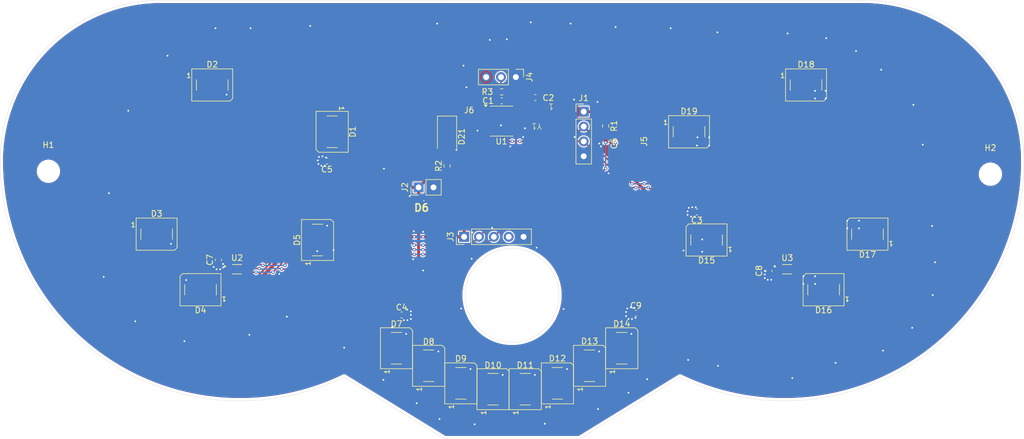
<source format=kicad_pcb>
(kicad_pcb (version 20241229) (generator "pcbnew") (generator_version "9.0")
  (layers (0 "F.Cu" signal) (2 "B.Cu" signal) (13 "F.Paste" user) (15 "B.Paste" user) (5 "F.SilkS" user "F.Silkscreen") (7 "B.SilkS" user "B.Silkscreen") (1 "F.Mask" user) (3 "B.Mask" user) (25 "Edge.Cuts" user))
  (net 0 "")
  (net 1 "GND")
  (net 2 "+3.3V")
  (net 3 "+5V")
  (net 4 "Net-(U2-DVI)")
  (net 5 "Net-(D1-DOUT)")
  (net 6 "Net-(D1-DIN)")
  (net 7 "Net-(D2-DOUT)")
  (net 8 "Net-(D3-DOUT)")
  (net 9 "Net-(D4-DOUT)")
  (net 10 "Net-(D5-DOUT)")
  (net 11 "Net-(D7-DOUT)")
  (net 12 "Net-(D8-DOUT)")
  (net 13 "Net-(D10-DIN)")
  (net 14 "Net-(D10-DOUT)")
  (net 15 "Net-(D11-DOUT)")
  (net 16 "Net-(D12-DOUT)")
  (net 17 "Net-(D13-DOUT)")
  (net 18 "Net-(D14-DOUT)")
  (net 19 "Net-(D15-DOUT)")
  (net 20 "Net-(D16-DOUT)")
  (net 21 "Net-(D17-DOUT)")
  (net 22 "Net-(D18-DOUT)")
  (net 23 "Net-(D21-K)")
  (net 24 "/SDA")
  (net 25 "/SCL")
  (net 26 "/mode")
  (net 27 "/UPDI{slash}~{RESET}")
  (net 28 "Net-(D19-DOUT)")
  (net 29 "/XTAL")
  (net 30 "Net-(J6-Pin_1)")
  (net 31 "Net-(J4-Pin_2)")
  (footprint "LED_SMD:LED_WS2812B_PLCC4_5.0x5.0mm_P3.2mm" (layer "F.Cu") (at 98.25 61 90)
    (property "Reference" "D5")
    (property "Value" "WS2812B")
  )
  (footprint "PESD5V0X1BCSFYL:PMEG3005AESFYL" (layer "F.Cu") (at 116.025 54.275 180)
    (property "Reference" "D6")
    (property "Value" "PESD5V0X1BCSFYL" (hide yes))
  )
  (footprint "Capacitor_SMD:C_0603_1608Metric" (layer "F.Cu") (at 135.45 36.65 180)
    (property "Reference" "C2")
    (property "Value" "1µF")
  )
  (footprint "Capacitor_SMD:C_0603_1608Metric" (layer "F.Cu") (at 129.725 37.2)
    (property "Reference" "C1")
    (property "Value" "1µF")
  )
  (footprint "Connector_PinHeader_2.54mm:PinHeader_1x03_P2.54mm_Vertical" (layer "F.Cu") (at 132.15 33.15 -90)
    (property "Reference" "J4")
    (property "Value" "Conn_01x03_Pin")
  )
  (footprint "LED_SMD:LED_WS2812B_PLCC4_5.0x5.0mm_P3.2mm" (layer "F.Cu") (at 144.75 82.5 90)
    (property "Reference" "D13")
    (property "Value" "WS2812B")
  )
  (footprint "Connector_PinHeader_2.54mm:PinHeader_1x05_P2.54mm_Vertical" (layer "F.Cu") (at 123.31 60.45 90)
    (property "Reference" "J3")
    (property "Value" "SFR02")
  )
  (footprint "Capacitor_SMD:C_0603_1608Metric" (layer "F.Cu") (at 175.425 66.275 -90)
    (property "Reference" "C8")
    (property "Value" "1µF")
  )
  (footprint "Capacitor_SMD:C_0603_1608Metric" (layer "F.Cu") (at 99.85 47.5 180)
    (property "Reference" "C5")
    (property "Value" "1µF")
  )
  (footprint "Capacitor_SMD:C_0603_1608Metric" (layer "F.Cu") (at 112.61 73.81)
    (property "Reference" "C4")
    (property "Value" "1µF")
  )
  (footprint "LED_SMD:LED_WS2812B_PLCC4_5.0x5.0mm_P3.2mm" (layer "F.Cu") (at 117.25 82.5 90)
    (property "Reference" "D8")
    (property "Value" "WS2812B")
  )
  (footprint "LED_SMD:LED_WS2812B_PLCC4_5.0x5.0mm_P3.2mm" (layer "F.Cu") (at 161.75 42.5)
    (property "Reference" "D19")
    (property "Value" "WS2812B")
  )
  (footprint "LED_SMD:LED_WS2812B_PLCC4_5.0x5.0mm_P3.2mm" (layer "F.Cu") (at 122.75 85.5 90)
    (property "Reference" "D9")
    (property "Value" "WS2812B")
  )
  (footprint "Capacitor_SMD:C_0603_1608Metric" (layer "F.Cu") (at 147.5 44.5 -90)
    (property "Reference" "C6")
    (property "Value" "1µF")
  )
  (footprint "LED_SMD:LED_WS2812B_PLCC4_5.0x5.0mm_P3.2mm" (layer "F.Cu") (at 181.75 34.5)
    (property "Reference" "D18")
    (property "Value" "WS2812B")
  )
  (footprint "Capacitor_SMD:C_0603_1608Metric" (layer "F.Cu") (at 152.67 73.51 180)
    (property "Reference" "C9")
    (property "Value" "1µF")
  )
  (footprint "LED_SMD:LED_WS2812B_PLCC4_5.0x5.0mm_P3.2mm" (layer "F.Cu") (at 164.75 61 180)
    (property "Reference" "D15")
    (property "Value" "WS2812B")
  )
  (footprint "LED_SMD:LED_WS2812B_PLCC4_5.0x5.0mm_P3.2mm" (layer "F.Cu") (at 133.75 86.5 90)
    (property "Reference" "D11")
    (property "Value" "WS2812B")
  )
  (footprint "LED_SMD:LED_WS2812B_PLCC4_5.0x5.0mm_P3.2mm" (layer "F.Cu") (at 111.75 79.5 90)
    (property "Reference" "D7")
    (property "Value" "WS2812B")
  )
  (footprint "BH1750FVI-TR:XDCR_BH1750FVI-TR" (layer "F.Cu") (at 178.5 66)
    (property "Reference" "U3")
    (property "Value" "BH1750FVI-TR")
  )
  (footprint "Connector_PinHeader_2.54mm:PinHeader_1x02_P2.54mm_Vertical" (layer "F.Cu") (at 115.525 52 90)
    (property "Reference" "J2")
    (property "Value" "Conn_01x02_Pin")
  )
  (footprint "LED_SMD:LED_WS2812B_PLCC4_5.0x5.0mm_P3.2mm" (layer "F.Cu") (at 128.25 86.5 90)
    (property "Reference" "D10")
    (property "Value" "WS2812B")
  )
  (footprint "Oscillator:ESC-2333-xxx-xxx" (layer "F.Cu") (at 135.7 39.1 180)
    (property "Reference" "Y1")
    (property "Value" "ECS-2333MV-100-BN-TR" (hide yes))
  )
  (footprint "LED_SMD:LED_WS2812B_PLCC4_5.0x5.0mm_P3.2mm" (layer "F.Cu") (at 184.75 69.5 180)
    (property "Reference" "D16")
    (property "Value" "WS2812B")
  )
  (footprint "LED_SMD:LED_WS2812B_PLCC4_5.0x5.0mm_P3.2mm" (layer "F.Cu") (at 100.75 42.5 -90)
    (property "Reference" "D1")
    (property "Value" "WS2812B")
  )
  (footprint "MountingHole:MountingHole_3.5mm" (layer "F.Cu") (at 52.25 49.25)
    (property "Reference" "H1")
    (property "Value" "MountingHole")
  )
  (footprint "LED_SMD:LED_WS2812B_PLCC4_5.0x5.0mm_P3.2mm" (layer "F.Cu") (at 192.25 60 180)
    (property "Reference" "D17")
    (property "Value" "WS2812B")
  )
  (footprint "MountingHole:MountingHole_3.5mm" (layer "F.Cu") (at 213.26 49.75)
    (property "Reference" "H2")
    (property "Value" "MountingHole")
  )
  (footprint "Connector_PinHeader_2.54mm:PinHeader_1x04_P2.54mm_Vertical" (layer "F.Cu") (at 143.75 39.06)
    (property "Reference" "J1")
    (property "Value" "Conn_01x04_Pin")
  )
  (footprint "LED_SMD:LED_WS2812B_PLCC4_5.0x5.0mm_P3.2mm" (layer "F.Cu") (at 78.25 69.5 180)
    (property "Reference" "D4")
    (property "Value" "WS2812B")
  )
  (footprint "Package_SO:SOIC-8_3.9x4.9mm_P1.27mm" (layer "F.Cu") (at 129.7 40.68)
    (property "Reference" "U1")
    (property "Value" "ATtiny402-SS")
  )
  (footprint "Connector_Wire:SolderWirePad_1x01_SMD_1x2mm" (layer "F.Cu") (at 124.17 40.04 90)
    (property "Reference" "J6")
    (property "Value" "Conn_01x01")
  )
  (footprint "Resistor_SMD:R_0603_1608Metric" (layer "F.Cu") (at 147.5 41.5 -90)
    (property "Reference" "R1")
    (property "Value" "10k")
  )
  (footprint "Connector_Wire:SolderWirePad_1x01_SMD_1x2mm" (layer "F.Cu") (at 156.61 44.14 90)
    (property "Reference" "J5")
    (property "Value" "Conn_01x01")
  )
  (footprint "Diode_SMD:D_SMA" (layer "F.Cu") (at 120.39 43.33 -90)
    (property "Reference" "D21")
    (property "Value" "GS1M_R1_00001")
  )
  (footprint "LED_SMD:LED_WS2812B_PLCC4_5.0x5.0mm_P3.2mm" (layer "F.Cu") (at 150.25 79.5 90)
    (property "Reference" "D14")
    (property "Value" "WS2812B")
  )
  (footprint "Resistor_SMD:R_0603_1608Metric" (layer "F.Cu") (at 129.725 35.675)
    (property "Reference" "R3")
    (property "Value" "5K1")
  )
  (footprint "LED_SMD:LED_WS2812B_PLCC4_5.0x5.0mm_P3.2mm" (layer "F.Cu") (at 70.75 60)
    (property "Reference" "D3")
    (property "Value" "WS2812B")
  )
  (footprint "Capacitor_SMD:C_0603_1608Metric" (layer "F.Cu") (at 163.08 56.2 180)
    (property "Reference" "C3")
    (property "Value" "1µF")
  )
  (footprint "LED_SMD:LED_WS2812B_PLCC4_5.0x5.0mm_P3.2mm" (layer "F.Cu") (at 139.25 85.5 90)
    (property "Reference" "D12")
    (property "Value" "WS2812B")
  )
  (footprint "Capacitor_SMD:C_0603_1608Metric" (layer "F.Cu") (at 81.3 64.4 -90)
    (property "Reference" "C7")
    (property "Value" "1µF")
  )
  (footprint "Resistor_SMD:R_0603_1608Metric" (layer "F.Cu") (at 120.39 48.33 90)
    (property "Reference" "R2")
    (property "Value" "10k")
  )
  (footprint "LED_SMD:LED_WS2812B_PLCC4_5.0x5.0mm_P3.2mm" (layer "F.Cu") (at 80.25 34.5)
    (property "Reference" "D2")
    (property "Value" "WS2812B")
  )
  (footprint "BH1750FVI-TR:XDCR_BH1750FVI-TR" (layer "F.Cu") (at 84.5 66)
    (property "Reference" "U2")
    (property "Value" "BH1750FVI-TR")
  )
  (gr_arc (start 219 47.5) (mid 199.808257 82.21887) (end 160.200003 84.434538) (stroke (width 0.05)) (layer "Edge.Cuts"))
  (gr_arc (start 191.5 20) (mid 210.945436 28.054564) (end 219 47.5) (stroke (width 0.05)) (layer "Edge.Cuts"))
  (gr_line (start 120 20) (end 191.5 20) (stroke (width 0.05)) (layer "Edge.Cuts"))
  (gr_line (start 120 20) (end 71.5 20) (stroke (width 0.05)) (layer "Edge.Cuts"))
  (gr_line (start 120 95) (end 143 95) (stroke (width 0.05)) (layer "Edge.Cuts"))
  (gr_arc (start 44 47.5) (mid 52.054564 28.054564) (end 71.5 20) (stroke (width 0.05)) (layer "Edge.Cuts"))
  (gr_circle (center 131.5 70.45) (end 131.5 78.45) (stroke (width 0.05)) (fill no) (layer "Edge.Cuts"))
  (gr_arc (start 102.799999 84.434537) (mid 63.191744 82.218871) (end 44 47.5) (stroke (width 0.05)) (layer "Edge.Cuts"))
  (gr_line (start 143 95) (end 160.200002 84.434534) (stroke (width 0.05)) (layer "Edge.Cuts"))
  (gr_line (start 120 95) (end 102.799997 84.434537) (stroke (width 0.05)) (layer "Edge.Cuts"))
  (via (at 114.6 64.3) (size 0.6) (drill 0.3) (layers "F.Cu" "B.Cu") (net 1))
  (via (at 185.2 26.5) (size 0.6) (drill 0.3) (layers "F.Cu" "B.Cu") (net 1))
  (via (at 151.4 87.1) (size 0.6) (drill 0.3) (layers "F.Cu" "B.Cu") (net 1))
  (via (at 82.7 36.15) (size 0.6) (drill 0.3) (layers "F.Cu" "B.Cu") (net 1))
  (via (at 123.2 31.2) (size 0.6) (drill 0.3) (layers "F.Cu" "B.Cu") (net 1))
  (via (at 181.3 67.2) (size 0.6) (drill 0.3) (layers "F.Cu" "B.Cu") (net 1))
  (via (at 200.1 37.9) (size 0.6) (drill 0.3) (layers "F.Cu" "B.Cu") (net 1))
  (via (at 113.6 72.9) (size 0.6) (drill 0.3) (layers "F.Cu" "B.Cu") (net 1))
  (via (at 199.9 76) (size 0.6) (drill 0.3) (layers "F.Cu" "B.Cu") (net 1))
  (via (at 146.2 89.9) (size 0.6) (drill 0.3) (layers "F.Cu" "B.Cu") (net 1))
  (via (at 185.1 35.5) (size 0.6) (drill 0.3) (layers "F.Cu" "B.Cu") (net 1))
  (via (at 114.7 59.5) (size 0.6) (drill 0.3) (layers "F.Cu" "B.Cu") (net 1))
  (via (at 162.9 55.4) (size 0.6) (drill 0.3) (layers "F.Cu" "B.Cu") (net 1))
  (via (at 134.7 23.8) (size 0.6) (drill 0.3) (layers "F.Cu" "B.Cu") (net 1))
  (via (at 99.9 58.55) (size 0.6) (drill 0.3) (layers "F.Cu" "B.Cu") (net 1))
  (via (at 137.1 92.4) (size 0.6) (drill 0.3) (layers "F.Cu" "B.Cu") (net 1))
  (via (at 185.1 36.8) (size 0.6) (drill 0.3) (layers "F.Cu" "B.Cu") (net 1))
  (via (at 162.1 57) (size 0.6) (drill 0.3) (layers "F.Cu" "B.Cu") (net 1))
  (via (at 109.5 84.9) (size 0.6) (drill 0.3) (layers "F.Cu" "B.Cu") (net 1))
  (via (at 114.2 73.8) (size 0.6) (drill 0.3) (layers "F.Cu" "B.Cu") (net 1))
  (via (at 151 73.3) (size 0.6) (drill 0.3) (layers "F.Cu" "B.Cu") (net 1))
  (via (at 203.3 58.6) (size 0.6) (drill 0.3) (layers "F.Cu" "B.Cu") (net 1))
  (via (at 162.3 55.4) (size 0.6) (drill 0.3) (layers "F.Cu" "B.Cu") (net 1))
  (via (at 148 49.6) (size 0.6) (drill 0.3) (layers "F.Cu" "B.Cu") (net 1))
  (via (at 130.6 26.7) (size 0.6) (drill 0.3) (layers "F.Cu" "B.Cu") (net 1))
  (via (at 175.8 67.8) (size 0.6) (drill 0.3) (layers "F.Cu" "B.Cu") (net 1))
  (via (at 86.8 24.8) (size 0.6) (drill 0.3) (layers "F.Cu" "B.Cu") (net 1))
  (via (at 124.4 83.05) (size 0.6) (drill 0.3) (layers "F.Cu" "B.Cu") (net 1))
  (via (at 165.2 43.45) (size 0.6) (drill 0.3) (layers "F.Cu" "B.Cu") (net 1))
  (via (at 186.8 82) (size 0.6) (drill 0.3) (layers "F.Cu" "B.Cu") (net 1))
  (via (at 99.5 48.3) (size 0.6) (drill 0.3) (layers "F.Cu" "B.Cu") (net 1))
  (via (at 62.6 53) (size 0.6) (drill 0.3) (layers "F.Cu" "B.Cu") (net 1))
  (via (at 118.7 24) (size 0.6) (drill 0.3) (layers "F.Cu" "B.Cu") (net 1))
  (via (at 161.5 56.1) (size 0.6) (drill 0.3) (layers "F.Cu" "B.Cu") (net 1))
  (via (at 178.6 25.7) (size 0.6) (drill 0.3) (layers "F.Cu" "B.Cu") (net 1))
  (via (at 152 74.5) (size 0.6) (drill 0.3) (layers "F.Cu" "B.Cu") (net 1))
  (via (at 75.8 67.85) (size 0.6) (drill 0.3) (layers "F.Cu" "B.Cu") (net 1))
  (via (at 190.8 59) (size 0.6) (drill 0.3) (layers "F.Cu" "B.Cu") (net 1))
  (via (at 183.3 67.2) (size 0.6) (drill 0.3) (layers "F.Cu" "B.Cu") (net 1))
  (via (at 152.4 72.6) (size 0.6) (drill 0.3) (layers "F.Cu" "B.Cu") (net 1))
  (via (at 129.9 84.05) (size 0.6) (drill 0.3) (layers "F.Cu" "B.Cu") (net 1))
  (via (at 114 53.5) (size 0.6) (drill 0.3) (layers "F.Cu" "B.Cu") (net 1))
  (via (at 75.5 78.3) (size 0.6) (drill 0.3) (layers "F.Cu" "B.Cu") (net 1))
  (via (at 151.2 72.7) (size 0.6) (drill 0.3) (layers "F.Cu" "B.Cu") (net 1))
  (via (at 135.7 62.3) (size 0.6) (drill 0.3) (layers "F.Cu" "B.Cu") (net 1))
  (via (at 124.6 64.2) (size 0.6) (drill 0.3) (layers "F.Cu" "B.Cu") (net 1))
  (via (at 133.4 43.4) (size 0.6) (drill 0.3) (layers "F.Cu" "B.Cu") (net 1))
  (via (at 119.1 91.6) (size 0.6) (drill 0.3) (layers "F.Cu" "B.Cu") (net 1))
  (via (at 190.8 57.7) (size 0.6) (drill 0.3) (layers "F.Cu" "B.Cu") (net 1))
  (via (at 158.6 24.8) (size 0.6) (drill 0.3) (layers "F.Cu" "B.Cu") (net 1))
  (via (at 135.4 84.05) (size 0.6) (drill 0.3) (layers "F.Cu" "B.Cu") (net 1))
  (via (at 73.2 61.65) (size 0.6) (drill 0.3) (layers "F.Cu" "B.Cu") (net 1))
  (via (at 125.1 92.5) (size 0.6) (drill 0.3) (layers "F.Cu" "B.Cu") (net 1))
  (via (at 98.9 48.3) (size 0.6) (drill 0.3) (layers "F.Cu" "B.Cu") (net 1))
  (via (at 161.6 81.5) (size 0.6) (drill 0.3) (layers "F.Cu" "B.Cu") (net 1))
  (via (at 82.1 65.7) (size 0.6) (drill 0.3) (layers "F.Cu" "B.Cu") (net 1))
  (via (at 128.1 58.9) (size 0.6) (drill 0.3) (layers "F.Cu" "B.Cu") (net 1))
  (via (at 203.4 70.4) (size 0.6) (drill 0.3) (layers "F.Cu" "B.Cu") (net 1))
  (via (at 127.7 26.8) (size 0.6) (drill 0.3) (layers "F.Cu" "B.Cu") (net 1))
  (via (at 81.6 66) (size 0.6) (drill 0.3) (layers "F.Cu" "B.Cu") (net 1))
  (via (at 142.2 43.4) (size 0.6) (drill 0.3) (layers "F.Cu" "B.Cu") (net 1))
  (via (at 146.7 45) (size 0.6) (drill 0.3) (layers "F.Cu" "B.Cu") (net 1))
  (via (at 133.7 41.9) (size 0.6) (drill 0.3) (layers "F.Cu" "B.Cu") (net 1))
  (via (at 154.6 84.8) (size 0.6) (drill 0.3) (layers "F.Cu" "B.Cu") (net 1))
  (via (at 131.2 45) (size 0.6) (drill 0.3) (layers "F.Cu" "B.Cu") (net 1))
  (via (at 146.4 44.5) (size 0.6) (drill 0.3) (layers "F.Cu" "B.Cu") (net 1))
  (via (at 80.5 65.6) (size 0.6) (drill 0.3) (layers "F.Cu" "B.Cu") (net 1))
  (via (at 91.7 66.8) (size 0.6) (drill 0.3) (layers "F.Cu" "B.Cu") (net 1))
  (via (at 203.8 64.8) (size 0.6) (drill 0.3) (layers "F.Cu" "B.Cu") (net 1))
  (via (at 122.8 72.7) (size 0.6) (drill 0.3) (layers "F.Cu" "B.Cu") (net 1))
  (via (at 98.5 46.8) (size 0.6) (drill 0.3) (layers "F.Cu" "B.Cu") (net 1))
  (via (at 201.7 44.7) (size 0.6) (drill 0.3) (layers "F.Cu" "B.Cu") (net 1))
  (via (at 140.9 83.05) (size 0.6) (drill 0.3) (layers "F.Cu" "B.Cu") (net 1))
  (via (at 65.9 38.9) (size 0.6) (drill 0.3) (layers "F.Cu" "B.Cu") (net 1))
  (via (at 165.2 44.85) (size 0.6) (drill 0.3) (layers "F.Cu" "B.Cu") (net 1))
  (via (at 72.6 29.5) (size 0.6) (drill 0.3) (layers "F.Cu" "B.Cu") (net 1))
  (via (at 93 74.1) (size 0.6) (drill 0.3) (layers "F.Cu" "B.Cu") (net 1))
  (via (at 164 60.9) (size 0.6) (drill 0.3) (layers "F.Cu" "B.Cu") (net 1))
  (via (at 151 74) (size 0.6) (drill 0.3) (layers "F.Cu" "B.Cu") (net 1))
  (via (at 152.6 74.3) (size 0.6) (drill 0.3) (layers "F.Cu" "B.Cu") (net 1))
  (via (at 151.8 72.5) (size 0.6) (drill 0.3) (layers "F.Cu" "B.Cu") (net 1))
  (via (at 109.6 48.8) (size 0.6) (drill 0.3) (layers "F.Cu" "B.Cu") (net 1))
  (via (at 140.3 72.8) (size 0.6) (drill 0.3) (layers "F.Cu" "B.Cu") (net 1))
  (via (at 113.4 77.05) (size 0.6) (drill 0.3) (layers "F.Cu" "B.Cu") (net 1))
  (via (at 97 24.4) (size 0.6) (drill 0.3) (layers "F.Cu" "B.Cu") (net 1))
  (via (at 114.2 73.2) (size 0.6) (drill 0.3) (layers "F.Cu" "B.Cu") (net 1))
  (via (at 174.7 67.5) (size 0.6) (drill 0.3) (layers "F.Cu" "B.Cu") (net 1))
  (via (at 99.1 46.7) (size 0.6) (drill 0.3) (layers "F.Cu" "B.Cu") (net 1))
  (via (at 163.2 43.45) (size 0.6) (drill 0.3) (layers "F.Cu" "B.Cu") (net 1))
  (via (at 98.4 48) (size 0.6) (drill 0.3) (layers "F.Cu" "B.Cu") (net 1))
  (via (at 166.6 25.5) (size 0.6) (drill 0.3) (layers "F.Cu" "B.Cu") (net 1))
  (via (at 183.3 36.8) (size 0.6) (drill 0.3) (layers "F.Cu" "B.Cu") (net 1))
  (via (at 114.2 74.5) (size 0.6) (drill 0.3) (layers "F.Cu" "B.Cu") (net 1))
  (via (at 86.6 77.2) (size 0.6) (drill 0.3) (layers "F.Cu" "B.Cu") (net 1))
  (via (at 123.7 34.9) (size 0.6) (drill 0.3) (layers "F.Cu" "B.Cu") (net 1))
  (via (at 102.8 79.4) (size 0.6) (drill 0.3) (layers "F.Cu" "B.Cu") (net 1))
  (via (at 118.9 80.05) (size 0.6) (drill 0.3) (layers "F.Cu" "B.Cu") (net 1))
  (via (at 188.8 59) (size 0.6) (drill 0.3) (layers "F.Cu" "B.Cu") (net 1))
  (via (at 113 74.7) (size 0.6) (drill 0.3) (layers "F.Cu" "B.Cu") (net 1))
  (via (at 161.7 55.5) (size 0.6) (drill 0.3) (layers "F.Cu" "B.Cu") (net 1))
  (via (at 111 75.9) (size 0.6) (drill 0.3) (layers "F.Cu" "B.Cu") (net 1))
  (via (at 98.3 47.4) (size 0.6) (drill 0.3) (layers "F.Cu" "B.Cu") (net 1))
  (via (at 115.2 88.9) (size 0.6) (drill 0.3) (layers "F.Cu" "B.Cu") (net 1))
  (via (at 188.8 57.7) (size 0.6) (drill 0.3) (layers "F.Cu" "B.Cu") (net 1))
  (via (at 174.7 66.3) (size 0.6) (drill 0.3) (layers "F.Cu" "B.Cu") (net 1))
  (via (at 194.9 79.9) (size 0.6) (drill 0.3) (layers "F.Cu" "B.Cu") (net 1))
  (via (at 183.3 35.5) (size 0.6) (drill 0.3) (layers "F.Cu" "B.Cu") (net 1))
  (via (at 113.6 74.7) (size 0.6) (drill 0.3) (layers "F.Cu" "B.Cu") (net 1))
  (via (at 151.4 74.5) (size 0.6) (drill 0.3) (layers "F.Cu" "B.Cu") (net 1))
  (via (at 146.4 80.05) (size 0.6) (drill 0.3) (layers "F.Cu" "B.Cu") (net 1))
  (via (at 149.2 24.6) (size 0.6) (drill 0.3) (layers "F.Cu" "B.Cu") (net 1))
  (via (at 98.2 62.9) (size 0.6) (drill 0.3) (layers "F.Cu" "B.Cu") (net 1))
  (via (at 162.7 57) (size 0.6) (drill 0.3) (layers "F.Cu" "B.Cu") (net 1))
  (via (at 174.7 66.9) (size 0.6) (drill 0.3) (layers "F.Cu" "B.Cu") (net 1))
  (via (at 166.7 82.5) (size 0.6) (drill 0.3) (layers "F.Cu" "B.Cu") (net 1))
  (via (at 67.1 74.9) (size 0.6) (drill 0.3) (layers "F.Cu" "B.Cu") (net 1))
  (via (at 179.4 84.6) (size 0.6) (drill 0.3) (layers "F.Cu" "B.Cu") (net 1))
  (via (at 190.3 28.7) (size 0.6) (drill 0.3) (layers "F.Cu" "B.Cu") (net 1))
  (via (at 81 66) (size 0.6) (drill 0.3) (layers "F.Cu" "B.Cu") (net 1))
  (via (at 164 63) (size 0.6) (drill 0.3) (layers "F.Cu" "B.Cu") (net 1))
  (via (at 163.1 44.85) (size 0.6) (drill 0.3) (layers "F.Cu" "B.Cu") (net 1))
  (via (at 151.9 77.05) (size 0.6) (drill 0.3) (layers "F.Cu" "B.Cu") (net 1))
  (via (at 129.6 41.4) (size 0.6) (drill 0.3) (layers "F.Cu" "B.Cu") (net 1))
  (via (at 61.7 67.3) (size 0.6) (drill 0.3) (layers "F.Cu" "B.Cu") (net 1))
  (via (at 116.3 59.6) (size 0.6) (drill 0.3) (layers "F.Cu" "B.Cu") (net 1))
  (via (at 160.8 62.8) (size 0.6) (drill 0.3) (layers "F.Cu" "B.Cu") (net 1))
  (via (at 141.5 24) (size 0.6) (drill 0.3) (layers "F.Cu" "B.Cu") (net 1))
  (via (at 183.3 68.5) (size 0.6) (drill 0.3) (layers "F.Cu" "B.Cu") (net 1))
  (via (at 122 45.6) (size 0.6) (drill 0.3) (layers "F.Cu" "B.Cu") (net 1))
  (via (at 161.5 56.7) (size 0.6) (drill 0.3) (layers "F.Cu" "B.Cu") (net 1))
  (via (at 80.8 24.8) (size 0.6) (drill 0.3) (layers "F.Cu" "B.Cu") (net 1))
  (via (at 101 62.7) (size 0.6) (drill 0.3) (layers "F.Cu" "B.Cu") (net 1))
  (via (at 175.2 67.8) (size 0.6) (drill 0.3) (layers "F.Cu" "B.Cu") (net 1))
  (via (at 99.7 46.9) (size 0.6) (drill 0.3) (layers "F.Cu" "B.Cu") (net 1))
  (via (at 142.1 37) (size 0.6) (drill 0.3) (layers "F.Cu" "B.Cu") (net 1))
  (via (at 82.1 65.1) (size 0.6) (drill 0.3) (layers "F.Cu" "B.Cu") (net 1))
  (via (at 116.3 66.2) (size 0.6) (drill 0.3) (layers "F.Cu" "B.Cu") (net 1))
  (via (at 125.6 42.3) (size 0.6) (drill 0.3) (layers "F.Cu" "B.Cu") (net 1))
  (via (at 181.3 68.5) (size 0.6) (drill 0.3) (layers "F.Cu" "B.Cu") (net 1))
  (via (at 194.6 31.9) (size 0.6) (drill 0.3) (layers "F.Cu" "B.Cu") (net 1))
  (via (at 124.7 59.7) (size 0.6) (drill 0.3) (layers "F.Cu" "B.Cu") (net 1))
  (via (at 146.1 37.4) (size 0.6) (drill 0.3) (layers "F.Cu" "B.Cu") (net 1))
  (segment (start 120.758292 43.05) (end 119.461708 43.05) (width 0.5) (layer "F.Cu") (net 2))
  (segment (start 154.000182 52.328474) (end 148.426 46.754292) (width 0.5) (layer "F.Cu") (net 2))
  (segment (start 95.585298 60.45) (end 114.775 60.45) (width 0.55) (layer "F.Cu") (net 2))
  (segment (start 154.000182 52.32989) (end 154.000182 52.328474) (width 0.5) (layer "F.Cu") (net 2))
  (segment (start 119.039 42.627292) (end 119.039 40.032708) (width 0.5) (layer "F.Cu") (net 2))
  (segment (start 81.3 63.625) (end 81.775 63.625) (width 0.55) (layer "F.Cu") (net 2))
  (segment (start 123.31 60.45) (end 123.31 45.601708) (width 0.5) (layer "F.Cu") (net 2))
  (segment (start 175.425 65.5) (end 175.425 63.547942) (width 0.5) (layer "F.Cu") (net 2))
  (segment (start 119.461708 43.05) (end 119.039 42.627292) (width 0.5) (layer "F.Cu") (net 2))
  (segment (start 148.426 41.601) (end 147.5 40.675) (width 0.5) (layer "F.Cu") (net 2))
  (segment (start 79.474 68.446938) (end 79.803062 68.776) (width 0.55) (layer "F.Cu") (net 2))
  (segment (start 81.775 63.625) (end 83.125 64.975) (width 0.55) (layer "F.Cu") (net 2))
  (segment (start 81.3 63.625) (end 79.474 65.451) (width 0.55) (layer "F.Cu") (net 2))
  (segment (start 143.75 39.06) (end 137.76 39.06) (width 1.7) (layer "F.Cu") (net 2))
  (segment (start 94.242649 61.792649) (end 95.585298 60.45) (width 0.55) (layer "F.Cu") (net 2))
  (segment (start 87.259298 68.776) (end 94.242649 61.792649) (width 0.55) (layer "F.Cu") (net 2))
  (segment (start 83.125 64.975) (end 83.125 65.399) (width 0.55) (layer "F.Cu") (net 2))
  (segment (start 175.425 63.547942) (end 164.652058 52.775) (width 0.5) (layer "F.Cu") (net 2))
  (segment (start 137.76 39.06) (end 136.85 38.15) (width 1.7) (layer "F.Cu") (net 2))
  (segment (start 154.446708 52.775) (end 154.441523 52.769815) (width 0.5) (layer "F.Cu") (net 2))
  (segment (start 143.75 39.06) (end 145.885 39.06) (width 0.5) (layer "F.Cu") (net 2))
  (segment (start 80.35 68.776) (end 87.259298 68.776) (width 0.55) (layer "F.Cu") (net 2))
  (segment (start 119.039 40.032708) (end 120.296708 38.775) (width 0.5) (layer "F.Cu") (net 2))
  (segment (start 79.474 65.451) (end 79.474 68.446938) (width 0.55) (layer "F.Cu") (net 2))
  (segment (start 148.426 46.754292) (end 148.426 41.601) (width 0.5) (layer "F.Cu") (net 2))
  (segment (start 145.885 39.06) (end 147.5 40.675) (width 0.5) (layer "F.Cu") (net 2))
  (segment (start 123.31 45.601708) (end 120.758292 43.05) (width 0.5) (layer "F.Cu") (net 2))
  (segment (start 154.440107 52.769815) (end 154.000182 52.32989) (width 0.5) (layer "F.Cu") (net 2))
  (segment (start 154.441523 52.769815) (end 154.440107 52.769815) (width 0.5) (layer "F.Cu") (net 2))
  (segment (start 116.275 60.45) (end 123.31 60.45) (width 0.55) (layer "F.Cu") (net 2))
  (segment (start 164.652058 52.775) (end 154.446708 52.775) (width 0.5) (layer "F.Cu") (net 2))
  (segment (start 120.296708 38.775) (end 127.225 38.775) (width 0.5) (layer "F.Cu") (net 2))
  (segment (start 79.803062 68.776) (end 80.35 68.776) (width 0.55) (layer "F.Cu") (net 2))
  (via (at 116.275 60.45) (size 0.6) (drill 0.3) (layers "F.Cu" "B.Cu") (net 2))
  (via (at 114.775 60.45) (size 0.6) (drill 0.3) (layers "F.Cu" "B.Cu") (net 2))
  (segment (start 114.775 60.45) (end 116.275 60.45) (width 0.55) (layer "B.Cu") (net 2))
  (segment (start 100.625 47.5) (end 100.625 41.825) (width 0.5) (layer "F.Cu") (net 3))
  (segment (start 153.445 78.515) (end 153.445 73.51) (width 0.5) (layer "F.Cu") (net 3))
  (segment (start 100.625 41.825) (end 102.4 40.05) (width 0.5) (layer "F.Cu") (net 3))
  (segment (start 68.3 42.35) (end 77.8 32.85) (width 0.5) (layer "F.Cu") (net 3))
  (segment (start 105.125 52) (end 100.625 47.5) (width 0.5) (layer "F.Cu") (net 3))
  (segment (start 94.299 31.949) (end 78.701 31.949) (width 0.5) (layer "F.Cu") (net 3))
  (segment (start 126.6 88.95) (end 127.801 90.151) (width 0.5) (layer "F.Cu") (net 3))
  (segment (start 150.01 81.95) (end 153.445 78.515) (width 0.5) (layer "F.Cu") (net 3))
  (segment (start 195.901 60.449) (end 195.901 42.763416) (width 0.5) (layer "F.Cu") (net 3))
  (segment (start 121.1 87.95) (end 122.549999 89.399999) (width 0.5) (layer "F.Cu") (net 3))
  (segment (start 176.601 72.051) (end 167.2 62.65) (width 0.5) (layer "F.Cu") (net 3))
  (segment (start 148.6 81.95) (end 150.01 81.95) (width 0.5) (layer "F.Cu") (net 3))
  (segment (start 115.6 84.95) (end 118.6 87.95) (width 0.5) (layer "F.Cu") (net 3))
  (segment (start 180.201 31.949) (end 179.3 32.85) (width 0.5) (layer "F.Cu") (net 3))
  (segment (start 148.6 84.537584) (end 145.6 87.537584) (width 0.5) (layer "F.Cu") (net 3))
  (segment (start 88.9 71.15) (end 96.6 63.45) (width 0.5) (layer "F.Cu") (net 3))
  (segment (start 67.099 59.551) (end 68.3 58.35) (width 0.5) (layer "F.Cu") (net 3))
  (segment (start 185.086584 31.949) (end 180.201 31.949) (width 0.5) (layer "F.Cu") (net 3))
  (segment (start 130.899 90.151) (end 132.1 88.95) (width 0.5) (layer "F.Cu") (net 3))
  (segment (start 166.299 61.749) (end 152.651 61.749) (width 0.5) (layer "F.Cu") (net 3))
  (segment (start 110.1 81.95) (end 111.835 80.215) (width 0.5) (layer "F.Cu") (net 3))
  (segment (start 115.525 69.905) (end 115.525 52) (width 0.5) (layer "F.Cu") (net 3))
  (segment (start 133.301 90.151) (end 135.986584 90.151) (width 0.5) (layer "F.Cu") (net 3))
  (segment (start 118.37 49.155) (end 120.39 49.155) (width 0.5) (layer "F.Cu") (net 3))
  (segment (start 195.901 42.763416) (end 185.086584 31.949) (width 0.5) (layer "F.Cu") (net 3))
  (segment (start 187.2 71.15) (end 194.7 63.65) (width 0.5) (layer "F.Cu") (net 3))
  (segment (start 78.701 31.949) (end 77.8 32.85) (width 0.5) (layer "F.Cu") (net 3))
  (segment (start 111.835 73.595) (end 115.525 69.905) (width 0.5) (layer "F.Cu") (net 3))
  (segment (start 115.165 51.64) (end 115.525 52) (width 0.5) (layer "F.Cu") (net 3))
  (segment (start 127.8 79.2) (end 118.505 69.905) (width 0.5) (layer "F.Cu") (net 3))
  (segment (start 115.525 52) (end 105.125 52) (width 0.5) (layer "F.Cu") (net 3))
  (segment (start 115.525 52) (end 118.37 49.155) (width 0.5) (layer "F.Cu") (net 3))
  (segment (start 135.986584 90.151) (end 137.6 88.537584) (width 0.5) (layer "F.Cu") (net 3))
  (segment (start 80.7 71.15) (end 88.9 71.15) (width 0.5) (layer "F.Cu") (net 3))
  (segment (start 143.1 87.537584) (end 143.1 84.95) (width 0.5) (layer "F.Cu") (net 3))
  (segment (start 163.855 59.305) (end 167.2 62.65) (width 0.5) (layer "F.Cu") (net 3))
  (segment (start 187.2 71.15) (end 186.299 72.051) (width 0.5) (layer "F.Cu") (net 3))
  (segment (start 163.855 56.2) (end 163.855 59.305) (width 0.5) (layer "F.Cu") (net 3))
  (segment (start 102.4 40.05) (end 94.299 31.949) (width 0.5) (layer "F.Cu") (net 3))
  (segment (start 111.835 80.215) (end 111.835 73.81) (width 0.5) (layer "F.Cu") (net 3))
  (segment (start 137.6 88.537584) (end 137.6 87.95) (width 0.5) (layer "F.Cu") (net 3))
  (segment (start 194.7 63.65) (end 194.7 61.65) (width 0.5) (layer "F.Cu") (net 3))
  (segment (start 127.801 90.151) (end 130.899 90.151) (width 0.5) (layer "F.Cu") (net 3))
  (segment (start 74.913416 72.051) (end 67.099 64.236584) (width 0.5) (layer "F.Cu") (net 3))
  (segment (start 111.835 73.81) (end 111.835 73.595) (width 0.5) (layer "F.Cu") (net 3))
  (segment (start 111.835 80.215) (end 111.835 82.172584) (width 0.5) (layer "F.Cu") (net 3))
  (segment (start 137.6 87.95) (end 138.801 89.151) (width 0.5) (layer "F.Cu") (net 3))
  (segment (start 68.3 58.35) (end 68.3 42.35) (width 0.5) (layer "F.Cu") (net 3))
  (segment (start 126.150001 89.399999) (end 126.6 88.95) (width 0.5) (layer "F.Cu") (net 3))
  (segment (start 132.1 88.95) (end 133.301 90.151) (width 0.5) (layer "F.Cu") (net 3))
  (segment (start 80.7 71.15) (end 79.799 72.051) (width 0.5) (layer "F.Cu") (net 3))
  (segment (start 114.612416 84.95) (end 115.6 84.95) (width 0.5) (layer "F.Cu") (net 3))
  (segment (start 145.6 87.537584) (end 143.1 87.537584) (width 0.5) (layer "F.Cu") (net 3))
  (segment (start 194.7 61.65) (end 195.901 60.449) (width 0.5) (layer "F.Cu") (net 3))
  (segment (start 141.486584 89.151) (end 143.1 87.537584) (width 0.5) (layer "F.Cu") (net 3))
  (segment (start 74.913416 72.051) (end 79.799 72.051) (width 0.5) (layer "F.Cu") (net 3))
  (segment (start 164.601 35.549) (end 159.3 40.85) (width 0.5) (layer "F.Cu") (net 3))
  (segment (start 152.651 61.749) (end 135.199 79.201) (width 0.5) (layer "F.Cu") (net 3))
  (segment (start 111.835 82.172584) (end 114.612416 84.95) (width 0.5) (layer "F.Cu") (net 3))
  (segment (start 118.6 87.95) (end 121.1 87.95) (width 0.5) (layer "F.Cu") (net 3))
  (segment (start 135.198 79.2) (end 135.199 79.201) (width 0.5) (layer "F.Cu") (net 3))
  (segment (start 122.549999 89.399999) (end 126.150001 89.399999) (width 0.5) (layer "F.Cu") (net 3))
  (segment (start 148.6 81.95) (end 148.6 84.537584) (width 0.5) (layer "F.Cu") (net 3))
  (segment (start 167.2 62.65) (end 166.299 61.749) (width 0.5) (layer "F.Cu") (net 3))
  (segment (start 138.801 89.151) (end 141.486584 89.151) (width 0.5) (layer "F.Cu") (net 3))
  (segment (start 176.601 35.549) (end 164.601 35.549) (width 0.5) (layer "F.Cu") (net 3))
  (segment (start 179.3 32.85) (end 176.601 35.549) (width 0.5) (layer "F.Cu") (net 3))
  (segment (start 127.8 79.2) (end 135.198 79.2) (width 0.5) (layer "F.Cu") (net 3))
  (segment (start 118.505 69.905) (end 115.525 69.905) (width 0.5) (layer "F.Cu") (net 3))
  (segment (start 186.299 72.051) (end 176.601 72.051) (width 0.5) (layer "F.Cu") (net 3))
  (segment (start 67.099 59.551) (end 67.099 64.236584) (width 0.5) (layer "F.Cu") (net 3))
  (segment (start 112.93 62.003) (end 114.387006 63.460006) (width 0.25) (layer "F.Cu") (net 4))
  (segment (start 87.345462 66) (end 87.470082 65.87538) (width 0.25) (layer "F.Cu") (net 4))
  (segment (start 147.5 43.725) (end 147.5 44.324168) (width 0.3) (layer "F.Cu") (net 4))
  (segment (start 156.197166 51.272) (end 165.274621 51.272) (width 0.25) (layer "F.Cu") (net 4))
  (segment (start 155.672981 50.747815) (end 156.197166 51.272) (width 0.25) (layer "F.Cu") (net 4))
  (segment (start 147.5 44.324168) (end 147.499168 44.325) (width 0.3) (layer "F.Cu") (net 4))
  (segment (start 147.5 42.325) (end 147.5 43.01) (width 0.3) (layer "F.Cu") (net 4))
  (segment (start 126.429994 63.470006) (end 128.08 61.82) (width 0.25) (layer "F.Cu") (net 4))
  (segment (start 147.493058 48.766942) (end 134.575 61.685) (width 0.25) (layer "F.Cu") (net 4))
  (segment (start 85.875 66) (end 87.345462 66) (width 0.25) (layer "F.Cu") (net 4))
  (segment (start 147.5 43.01) (end 147.5 43.725) (width 0.3) (layer "F.Cu") (net 4))
  (segment (start 149.18 46.65835) (end 153.269465 50.747815) (width 0.25) (layer "F.Cu") (net 4))
  (segment (start 149.18 44.344) (end 149.18 46.65835) (width 0.25) (layer "F.Cu") (net 4))
  (segment (start 93.388467 65.018467) (end 96.403934 62.003) (width 0.25) (layer "F.Cu") (net 4))
  (segment (start 96.403934 62.003) (end 112.93 62.003) (width 0.25) (layer "F.Cu") (net 4))
  (segment (start 180.477 66) (end 179.875 66) (width 0.25) (layer "F.Cu") (net 4))
  (segment (start 92.950171 65.965127) (end 93.388467 65.526831) (width 0.25) (layer "F.Cu") (net 4))
  (segment (start 149.176 44.34) (end 149.18 44.344) (width 0.3) (layer "F.Cu") (net 4))
  (segment (start 92.11 65.965127) (end 92.950171 65.965127) (width 0.25) (layer "F.Cu") (net 4))
  (segment (start 153.269465 50.747815) (end 155.672981 50.747815) (width 0.25) (layer "F.Cu") (net 4))
  (segment (start 87.470082 65.87538) (end 88.296067 65.87538) (width 0.25) (layer "F.Cu") (net 4))
  (segment (start 128.08 61.82) (end 134.44 61.82) (width 0.25) (layer "F.Cu") (net 4))
  (segment (start 134.44 61.82) (end 134.575 61.685) (width 0.25) (layer "F.Cu") (net 4))
  (segment (start 114.387006 63.460006) (end 114.775 63.460006) (width 0.25) (layer "F.Cu") (net 4))
  (segment (start 165.274621 51.272) (end 179.026621 65.024) (width 0.25) (layer "F.Cu") (net 4))
  (segment (start 180.501 65.024) (end 180.501 65.976) (width 0.25) (layer "F.Cu") (net 4))
  (segment (start 116.275 63.470006) (end 126.429994 63.470006) (width 0.25) (layer "F.Cu") (net 4))
  (segment (start 179.026621 65.024) (end 180.501 65.024) (width 0.25) (layer "F.Cu") (net 4))
  (segment (start 180.501 65.976) (end 180.477 66) (width 0.25) (layer "F.Cu") (net 4))
  (segment (start 93.388467 65.526831) (end 93.388467 65.018467) (width 0.25) (layer "F.Cu") (net 4))
  (via (at 88.296067 65.87538) (size 0.6) (drill 0.3) (layers "F.Cu" "B.Cu") (net 4))
  (via (at 114.775 63.460006) (size 0.6) (drill 0.3) (layers "F.Cu" "B.Cu") (net 4))
  (via (at 149.176 44.34) (size 0.6) (drill 0.3) (layers "F.Cu" "B.Cu") (net 4))
  (via (at 147.493058 48.766942) (size 0.6) (drill 0.3) (layers "F.Cu" "B.Cu") (net 4))
  (via (at 147.499168 44.325) (size 0.6) (drill 0.3) (layers "F.Cu" "B.Cu") (net 4))
  (via (at 116.275 63.470006) (size 0.6) (drill 0.3) (layers "F.Cu" "B.Cu") (net 4))
  (via (at 92.11 65.965127) (size 0.6) (drill 0.3) (layers "F.Cu" "B.Cu") (net 4))
  (segment (start 147.499168 48.760832) (end 147.493058 48.766942) (width 0.3) (layer "B.Cu") (net 4))
  (segment (start 116.265 63.460006) (end 116.275 63.470006) (width 0.25) (layer "B.Cu") (net 4))
  (segment (start 92.01953 65.874657) (end 90.371359 65.874657) (width 0.25) (layer "B.Cu") (net 4))
  (segment (start 90.279889 65.966127) (end 88.386814 65.966127) (width 0.25) (layer "B.Cu") (net 4))
  (segment (start 147.499168 44.325) (end 149.161 44.325) (width 0.25) (layer "B.Cu") (net 4))
  (segment (start 147.499168 44.325) (end 147.499168 48.760832) (width 0.25) (layer "B.Cu") (net 4))
  (segment (start 88.386814 65.966127) (end 88.296067 65.87538) (width 0.25) (layer "B.Cu") (net 4))
  (segment (start 92.11 65.965127) (end 92.01953 65.874657) (width 0.25) (layer "B.Cu") (net 4))
  (segment (start 90.371359 65.874657) (end 90.279889 65.966127) (width 0.25) (layer "B.Cu") (net 4))
  (segment (start 114.775 63.460006) (end 116.265 63.460006) (width 0.25) (layer "B.Cu") (net 4))
  (segment (start 149.161 44.325) (end 149.176 44.34) (width 0.3) (layer "B.Cu") (net 4))
  (segment (start 99.1 40.05) (end 91.9 32.85) (width 0.3) (layer "F.Cu") (net 5))
  (segment (start 91.9 32.85) (end 82.7 32.85) (width 0.3) (layer "F.Cu") (net 5))
  (segment (start 120.01 44.95) (end 102.4 44.95) (width 0.3) (layer "F.Cu") (net 6))
  (segment (start 120.39 47.505) (end 120.39 45.33) (width 0.3) (layer "F.Cu") (net 6))
  (segment (start 120.39 45.33) (end 120.01 44.95) (width 0.3) (layer "F.Cu") (net 6))
  (segment (start 77.8 36.15) (end 73.2 40.75) (width 0.3) (layer "F.Cu") (net 7))
  (segment (start 73.2 40.75) (end 73.2 58.35) (width 0.3) (layer "F.Cu") (net 7))
  (segment (start 68.3 63.65) (end 75.8 71.15) (width 0.3) (layer "F.Cu") (net 8))
  (segment (start 68.3 61.65) (end 68.3 63.65) (width 0.3) (layer "F.Cu") (net 8))
  (segment (start 80.7 67.85) (end 87.3 67.85) (width 0.3) (layer "F.Cu") (net 9))
  (segment (start 87.3 67.85) (end 96.6 58.55) (width 0.3) (layer "F.Cu") (net 9))
  (segment (start 99.9 66.85) (end 110.1 77.05) (width 0.3) (layer "F.Cu") (net 10))
  (segment (start 99.9 63.45) (end 99.9 66.85) (width 0.3) (layer "F.Cu") (net 10))
  (segment (start 113.7 81.95) (end 115.6 80.05) (width 0.3) (layer "F.Cu") (net 11))
  (segment (start 113.4 81.95) (end 113.7 81.95) (width 0.3) (layer "F.Cu") (net 11))
  (segment (start 118.9 84.95) (end 119.2 84.95) (width 0.3) (layer "F.Cu") (net 12))
  (segment (start 119.2 84.95) (end 121.1 83.05) (width 0.3) (layer "F.Cu") (net 12))
  (segment (start 124.4 87.95) (end 124.4 86.25) (width 0.3) (layer "F.Cu") (net 13))
  (segment (start 124.4 86.25) (end 126.6 84.05) (width 0.3) (layer "F.Cu") (net 13))
  (segment (start 129.9 86.25) (end 132.1 84.05) (width 0.3) (layer "F.Cu") (net 14))
  (segment (start 129.9 88.95) (end 129.9 86.25) (width 0.3) (layer "F.Cu") (net 14))
  (segment (start 135.4 88.200001) (end 137.6 86.000001) (width 0.3) (layer "F.Cu") (net 15))
  (segment (start 137.6 86.000001) (end 137.6 83.05) (width 0.3) (layer "F.Cu") (net 15))
  (segment (start 135.4 88.95) (end 135.4 88.200001) (width 0.3) (layer "F.Cu") (net 15))
  (segment (start 141.701 87.149) (end 141.701 81.449) (width 0.3) (layer "F.Cu") (net 16))
  (segment (start 141.701 81.449) (end 143.1 80.05) (width 0.3) (layer "F.Cu") (net 16))
  (segment (start 140.9 87.95) (end 141.701 87.149) (width 0.3) (layer "F.Cu") (net 16))
  (segment (start 146.4 81.696162) (end 148.6 79.496162) (width 0.3) (layer "F.Cu") (net 17))
  (segment (start 148.6 79.496162) (end 148.6 77.05) (width 0.3) (layer "F.Cu") (net 17))
  (segment (start 146.4 84.95) (end 146.4 81.696162) (width 0.3) (layer "F.Cu") (net 17))
  (segment (start 151.9 81.95) (end 162.3 71.55) (width 0.3) (layer "F.Cu") (net 18))
  (segment (start 162.3 71.55) (end 162.3 62.65) (width 0.3) (layer "F.Cu") (net 18))
  (segment (start 177.346162 71.15) (end 182.3 71.15) (width 0.3) (layer "F.Cu") (net 19))
  (segment (start 167.2 61.003838) (end 177.346162 71.15) (width 0.3) (layer "F.Cu") (net 19))
  (segment (start 167.2 59.35) (end 167.2 61.003838) (width 0.3) (layer "F.Cu") (net 19))
  (segment (start 187.2 67.85) (end 189.8 65.25) (width 0.3) (layer "F.Cu") (net 20))
  (segment (start 189.8 65.25) (end 189.8 61.65) (width 0.3) (layer "F.Cu") (net 20))
  (segment (start 194.7 58.35) (end 194.7 43.35) (width 0.3) (layer "F.Cu") (net 21))
  (segment (start 194.7 43.35) (end 184.2 32.85) (width 0.3) (layer "F.Cu") (net 21))
  (segment (start 179.3 36.15) (end 168.9 36.15) (width 0.3) (layer "F.Cu") (net 22))
  (segment (start 168.9 36.15) (end 164.2 40.85) (width 0.3) (layer "F.Cu") (net 22))
  (segment (start 127.225 41.315) (end 120.405 41.315) (width 0.6) (layer "F.Cu") (net 23))
  (segment (start 120.405 41.315) (end 120.39 41.33) (width 0.6) (layer "F.Cu") (net 23))
  (segment (start 179.191646 66.5) (end 175.020823 62.329177) (width 0.25) (layer "F.Cu") (net 24))
  (segment (start 85.875 66.5) (end 87.73 66.5) (width 0.25) (layer "F.Cu") (net 24))
  (segment (start 90.630657 66.500657) (end 96.080314 61.051) (width 0.25) (layer "F.Cu") (net 24))
  (segment (start 131.525 44.13) (end 127.225 44.13) (width 0.3) (layer "F.Cu") (net 24))
  (segment (start 124.43 61.87) (end 125.85 60.45) (width 0.25) (layer "F.Cu") (net 24))
  (segment (start 96.080314 61.051) (end 113.966 61.051) (width 0.25) (layer "F.Cu") (net 24))
  (segment (start 164.890645 52.199) (end 155.99 52.199) (width 0.25) (layer "F.Cu") (net 24))
  (segment (start 155.99 52.199) (end 154.960105 52.199) (width 0.25) (layer "F.Cu") (net 24))
  (segment (start 154.960105 52.199) (end 154.786105 52.025) (width 0.25) (layer "F.Cu") (net 24))
  (segment (start 113.966 61.051) (end 114.775 61.86) (width 0.25) (layer "F.Cu") (net 24))
  (segment (start 87.73 66.5) (end 87.73038 66.50038) (width 0.25) (layer "F.Cu") (net 24))
  (segment (start 175.020823 62.329177) (end 164.890645 52.199) (width 0.25) (layer "F.Cu") (net 24))
  (segment (start 152.640523 52.029477) (end 151.639477 52.029477) (width 0.25) (layer "F.Cu") (net 24))
  (segment (start 127.225 59.075) (end 127.225 44.13) (width 0.3) (layer "F.Cu") (net 24))
  (segment (start 179.875 66.5) (end 179.191646 66.5) (width 0.25) (layer "F.Cu") (net 24))
  (segment (start 143.75 44.14) (end 132.825 44.14) (width 0.3) (layer "F.Cu") (net 24))
  (segment (start 127.225 44.13) (end 127.225 42.585) (width 0.3) (layer "F.Cu") (net 24))
  (segment (start 125.85 60.45) (end 127.225 59.075) (width 0.3) (layer "F.Cu") (net 24))
  (segment (start 151.639477 52.029477) (end 143.75 44.14) (width 0.25) (layer "F.Cu") (net 24))
  (segment (start 116.275 61.87) (end 124.43 61.87) (width 0.25) (layer "F.Cu") (net 24))
  (via (at 131.525 44.13) (size 0.6) (drill 0.3) (layers "F.Cu" "B.Cu") (net 24))
  (via (at 132.825 44.14) (size 0.6) (drill 0.3) (layers "F.Cu" "B.Cu") (net 24))
  (via (at 116.275 61.87) (size 0.6) (drill 0.3) (layers "F.Cu" "B.Cu") (net 24))
  (via (at 90.630657 66.500657) (size 0.6) (drill 0.3) (layers "F.Cu" "B.Cu") (net 24))
  (via (at 114.775 61.86) (size 0.6) (drill 0.3) (layers "F.Cu" "B.Cu") (net 24))
  (via (at 152.640523 52.029477) (size 0.6) (drill 0.3) (layers "F.Cu" "B.Cu") (net 24))
  (via (at 154.786105 52.025) (size 0.6) (drill 0.3) (layers "F.Cu" "B.Cu") (net 24))
  (via (at 87.73038 66.50038) (size 0.6) (drill 0.3) (layers "F.Cu" "B.Cu") (net 24))
  (segment (start 116.265 61.86) (end 116.275 61.87) (width 0.25) (layer "B.Cu") (net 24))
  (segment (start 154.786105 52.025) (end 152.645 52.025) (width 0.25) (layer "B.Cu") (net 24))
  (segment (start 132.825 44.14) (end 131.535 44.14) (width 0.3) (layer "B.Cu") (net 24))
  (segment (start 90.63038 66.50038) (end 90.630657 66.500657) (width 0.25) (layer "B.Cu") (net 24))
  (segment (start 114.775 61.86) (end 116.265 61.86) (width 0.25) (layer "B.Cu") (net 24))
  (segment (start 87.73038 66.50038) (end 90.63038 66.50038) (width 0.25) (layer "B.Cu") (net 24))
  (segment (start 152.645 52.025) (end 152.640523 52.029477) (width 0.25) (layer "B.Cu") (net 24))
  (segment (start 131.535 44.14) (end 131.525 44.13) (width 0.3) (layer "B.Cu") (net 24))
  (segment (start 86.12562 65.24938) (end 88.799886 65.24938) (width 0.25) (layer "F.Cu") (net 25))
  (segment (start 116.275 62.670003) (end 126.169997 62.670003) (width 0.25) (layer "F.Cu") (net 25))
  (segment (start 178.419728 65.090272) (end 165.077455 51.748) (width 0.25) (layer "F.Cu") (net 25))
  (segment (start 92.69 65.34) (end 92.69 65.079124) (width 0.25) (layer "F.Cu") (net 25))
  (segment (start 132.175 56.665) (end 132.175 42.585) (width 0.3) (layer "F.Cu") (net 25))
  (segment (start 85.875 65.5) (end 86.12562 65.24938) (width 0.25) (layer "F.Cu") (net 25))
  (segment (start 164.72 51.748) (end 156 51.748) (width 0.25) (layer "F.Cu") (net 25))
  (segment (start 144.951 44.339954) (end 144.951 42.801) (width 0.3) (layer "F.Cu") (net 25))
  (segment (start 179.875 65.5) (end 178.829456 65.5) (width 0.25) (layer "F.Cu") (net 25))
  (segment (start 96.217124 61.552) (end 113.395751 61.552) (width 0.25) (layer "F.Cu") (net 25))
  (segment (start 128.39 60.45) (end 132.175 56.665) (width 0.3) (layer "F.Cu") (net 25))
  (segment (start 126.169997 62.670003) (end 128.39 60.45) (width 0.25) (layer "F.Cu") (net 25))
  (segment (start 92.69 65.079124) (end 96.217124 61.552) (width 0.25) (layer "F.Cu") (net 25))
  (segment (start 142.765 42.585) (end 143.75 41.6) (width 0.3) (layer "F.Cu") (net 25))
  (segment (start 165.077455 51.748) (end 164.72 51.748) (width 0.25) (layer "F.Cu") (net 25))
  (segment (start 88.799886 65.24938) (end 88.890633 65.340127) (width 0.25) (layer "F.Cu") (net 25))
  (segment (start 156 51.748) (end 155.650815 51.398815) (width 0.25) (layer "F.Cu") (net 25))
  (segment (start 132.175 42.585) (end 142.765 42.585) (width 0.3) (layer "F.Cu") (net 25))
  (segment (start 114.503754 62.660003) (end 114.775 62.660003) (width 0.25) (layer "F.Cu") (net 25))
  (segment (start 113.395751 61.552) (end 114.503754 62.660003) (width 0.25) (layer "F.Cu") (net 25))
  (segment (start 144.951 42.801) (end 143.75 41.6) (width 0.3) (layer "F.Cu") (net 25))
  (segment (start 178.829456 65.5) (end 178.419728 65.090272) (width 0.25) (layer "F.Cu") (net 25))
  (segment (start 155.650815 51.398815) (end 154.131185 51.398815) (width 0.25) (layer "F.Cu") (net 25))
  (segment (start 152.010523 51.399477) (end 144.951 44.339954) (width 0.25) (layer "F.Cu") (net 25))
  (via (at 154.131185 51.398815) (size 0.6) (drill 0.3) (layers "F.Cu" "B.Cu") (net 25))
  (via (at 92.69 65.34) (size 0.6) (drill 0.3) (layers "F.Cu" "B.Cu") (net 25))
  (via (at 114.775 62.660003) (size 0.6) (drill 0.3) (layers "F.Cu" "B.Cu") (net 25))
  (via (at 88.890633 65.340127) (size 0.6) (drill 0.3) (layers "F.Cu" "B.Cu") (net 25))
  (via (at 116.275 62.670003) (size 0.6) (drill 0.3) (layers "F.Cu" "B.Cu") (net 25))
  (via (at 152.010523 51.399477) (size 0.6) (drill 0.3) (layers "F.Cu" "B.Cu") (net 25))
  (segment (start 116.265 62.660003) (end 116.275 62.670003) (width 0.25) (layer "B.Cu") (net 25))
  (segment (start 152.011185 51.398815) (end 152.010523 51.399477) (width 0.25) (layer "B.Cu") (net 25))
  (segment (start 92.689873 65.340127) (end 92.69 65.34) (width 0.25) (layer "B.Cu") (net 25))
  (segment (start 114.775 62.660003) (end 116.265 62.660003) (width 0.25) (layer "B.Cu") (net 25))
  (segment (start 154.131185 51.398815) (end 152.011185 51.398815) (width 0.25) (layer "B.Cu") (net 25))
  (segment (start 88.890633 65.340127) (end 92.689873 65.340127) (width 0.25) (layer "B.Cu") (net 25))
  (segment (start 129.725 36.5) (end 130.55 35.675) (width 0.25) (layer "F.Cu") (net 27))
  (segment (start 130.785 41.315) (end 129.725 40.255) (width 0.25) (layer "F.Cu") (net 27))
  (segment (start 129.725 40.255) (end 129.725 36.5) (width 0.25) (layer "F.Cu") (net 27))
  (segment (start 132.175 41.315) (end 130.785 41.315) (width 0.25) (layer "F.Cu") (net 27))
  (segment (start 159.3 44.15) (end 156.62 44.15) (width 0.3) (layer "F.Cu") (net 28))
  (segment (start 134.545 40.045) (end 134.55 40.05) (width 0.6) (layer "F.Cu") (net 29))
  (segment (start 132.175 40.045) (end 134.545 40.045) (width 0.6) (layer "F.Cu") (net 29))
  (segment (start 127.225 40.045) (end 124.175 40.045) (width 0.6) (layer "F.Cu") (net 30))
  (segment (start 124.175 40.045) (end 124.17 40.04) (width 0.3) (layer "F.Cu") (net 30))
  (segment (start 129.61 34.965) (end 128.9 35.675) (width 0.25) (layer "F.Cu") (net 31))
  (segment (start 129.61 33.15) (end 129.61 34.965) (width 0.25) (layer "F.Cu") (net 31))
  (zone (net 2) (net_name "+3.3V") (layer "F.Cu") (priority 2) (connect_pads yes (clearance 0.2)) (min_thickness 0.25) (fill yes (thermal_gap 0.5) (thermal_bridge_width 0.5))
    (polygon (pts (xy 174.95 65.05) (xy 174.95 65.95) (xy 176.85 66.13) (xy 177.4 66.13) (xy 177.4 65.05)))
  )
  (zone (net 1) (net_name "GND") (layer "F.Cu") (priority 1) (connect_pads yes (clearance 0.2)) (min_thickness 0.25) (fill yes (thermal_gap 0.5) (thermal_bridge_width 0.5))
    (polygon (pts (xy 135.55 31.8) (xy 129.699956 31.8) (xy 129.706448 39.25) (xy 135.55 39.25)))
  )
  (zone (net 0) (net_name "") (layer "F.Cu") (connect_pads yes (clearance 0)) (min_thickness 0.25)
    (keepout (tracks allowed) (vias allowed) (pads allowed) (copperpour not_allowed) (footprints allowed))
    (fill (thermal_gap 0.5) (thermal_bridge_width 0.5))
    (polygon (pts (xy 130.45 39.25) (xy 130.45 40.8) (xy 135.55 40.8) (xy 135.55 39.25)))
  )
  (zone (net 2) (net_name "+3.3V") (layer "F.Cu") (priority 1) (connect_pads yes (clearance 0.2)) (min_thickness 0.25) (fill yes (thermal_gap 0.5) (thermal_bridge_width 0.5))
    (polygon (pts (xy 125 28.8) (xy 125 39.25) (xy 129.706448 39.25) (xy 129.699957 31.8) (xy 135.55 31.8) (xy 135.55 41.35) (xy 138.2 41.35) (xy 138.2 28.8)))
  )
  (zone (net 1) (net_name "GND") (layers "F.Cu" "B.Cu") (connect_pads yes (clearance 0.2)) (min_thickness 0.3) (fill yes (thermal_gap 0.5) (thermal_bridge_width 0.5))
    (polygon (pts (xy 219 20) (xy 44 20) (xy 44 95) (xy 219 95)))
  )
)
</source>
